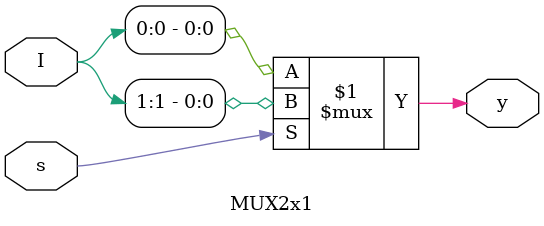
<source format=v>
`timescale 1ns / 1ps
module MUX2x1(I, s, y);
    input [1:0]I ;//2 inputs 
    input s;     //1 select line
    output y;    //1 output
        assign y = (s)? I[1]:I[0];
endmodule

</source>
